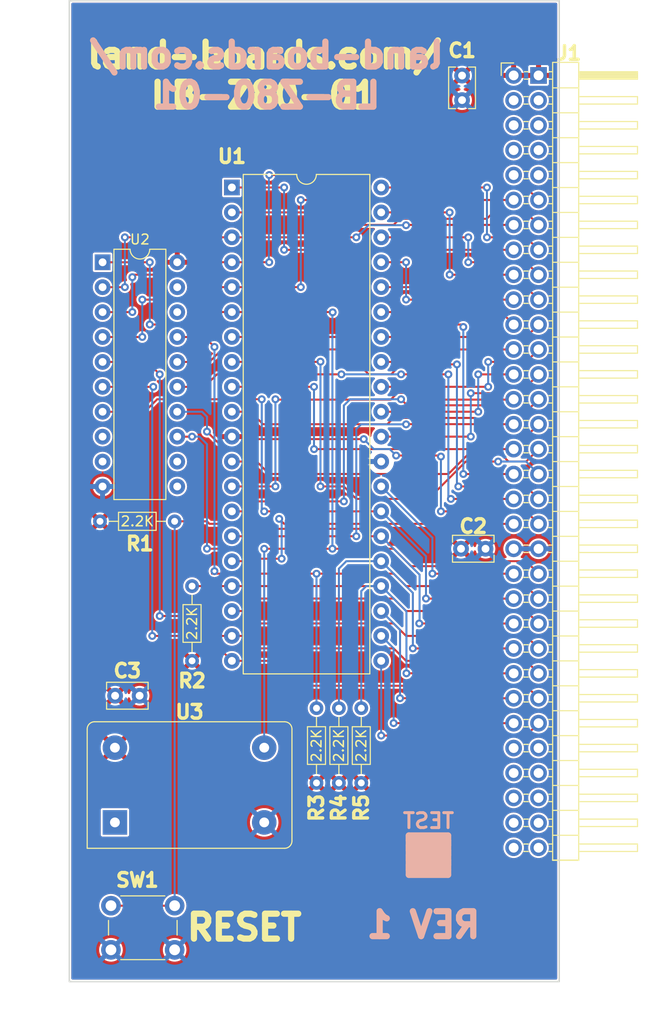
<source format=kicad_pcb>
(kicad_pcb (version 20211014) (generator pcbnew)
  (title_block (title "LB-Z80-01") (date "2022-09-09") (rev "1") (company "land-boards.com"))
  (layers (0 "F.Cu" signal) (31 "B.Cu" signal) (34 "B.Paste" user) (35 "F.Paste" user) (36 "B.SilkS" user "B.Silkscreen") (37 "F.SilkS" user "F.Silkscreen") (38 "B.Mask" user) (39 "F.Mask" user) (44 "Edge.Cuts" user))
  (net 0 "")
  (net 1 "GND")
  (net 2 "/CPUA11")
  (net 3 "/CPUA12")
  (net 4 "/CPUA13")
  (net 5 "/CPUA14")
  (net 6 "/CPUA15")
  (net 7 "/CPUD4")
  (net 8 "/CPUD3")
  (net 9 "/CPUD5")
  (net 10 "/CPUD6")
  (net 11 "/CPUA0")
  (net 12 "/CPUA1")
  (net 13 "/CPUD2")
  (net 14 "/CPUA2")
  (net 15 "/CPUD7")
  (net 16 "/CPUA3")
  (net 17 "/CPUD0")
  (net 18 "/CPUA4")
  (net 19 "/CPUD1")
  (net 20 "/CPUA5")
  (net 21 "/CPUA6")
  (net 22 "/CPUA7")
  (net 23 "/CPUA8")
  (net 24 "/CPUA9")
  (net 25 "/CPUA10")
  (net 26 "/CPUA18")
  (net 27 "/CPUA16")
  (net 28 "/CPUA17")
  (net 29 "/~{MEMRD}")
  (net 30 "/~{MEMWR}")
  (net 31 "/CPUCLK")
  (net 32 "/CPUA22")
  (net 33 "/CPUA23")
  (net 34 "/CPUA20")
  (net 35 "/CPUA21")
  (net 36 "/CPUA19")
  (net 37 "VCC")
  (net 38 "/~{MEMCS}")
  (net 39 "/~{IOCS}")
  (net 40 "/~{INT}")
  (net 41 "/~{NMI}")
  (net 42 "/~{HALT}")
  (net 43 "/~{MREQ}")
  (net 44 "/~{IORQ}")
  (net 45 "/~{CPURD}")
  (net 46 "/~{CPUWR}")
  (net 47 "/~{BUSACK}")
  (net 48 "/~{WAIT}")
  (net 49 "/~{BUSRQ}")
  (net 50 "/~{CPURST}")
  (net 51 "/~{M1}")
  (net 52 "/RFSH")
  (footprint "LandBoards_Conns:PinHeader_2x32_P2.54mm_Horizontal-FLIPPED" (layer "F.Cu") (at 177.35 54.615)
    (fp_text reference "J1")
    (fp_text value "Conn_02x32_Odd_Even")
  )
  (footprint "Package_DIP:DIP-40_W15.24mm" (layer "F.Cu") (at 148.59 66.04)
    (fp_text reference "U1")
    (fp_text value "Z80CPU")
  )
  (footprint "Resistor_THT:R_Axial_DIN0204_L3.6mm_D1.6mm_P7.62mm_Horizontal" (layer "F.Cu") (at 161.798 126.746 90)
    (fp_text reference "R5")
    (fp_text value "2.2K")
  )
  (footprint "LandBoards_Marking:TEST_BLK-REAR" (layer "F.Cu") (at 168.656 134.112)
    (fp_text reference "TEST")
    (fp_text value "COUPON" hide)
  )
  (footprint "Resistor_THT:R_Axial_DIN0204_L3.6mm_D1.6mm_P7.62mm_Horizontal" (layer "F.Cu") (at 159.512 126.746 90)
    (fp_text reference "R4")
    (fp_text value "2.2K")
  )
  (footprint "Capacitor_THT:C_Rect_L4.0mm_W2.5mm_P2.50mm" (layer "F.Cu") (at 139.172 117.856 180)
    (fp_text reference "C3")
    (fp_text value "0.1uF")
  )
  (footprint "Capacitor_THT:C_Rect_L4.0mm_W2.5mm_P2.50mm" (layer "F.Cu") (at 172.085 57.13 90)
    (fp_text reference "C1")
    (fp_text value "0.1uF")
  )
  (footprint "Resistor_THT:R_Axial_DIN0204_L3.6mm_D1.6mm_P7.62mm_Horizontal" (layer "F.Cu") (at 135.128 100.076)
    (fp_text reference "R1")
    (fp_text value "2.2K")
  )
  (footprint "Package_DIP:DIP-20_W7.62mm" (layer "F.Cu") (at 135.392 73.665)
    (fp_text reference "U2")
    (fp_text value "GAL16V8")
  )
  (footprint "Resistor_THT:R_Axial_DIN0204_L3.6mm_D1.6mm_P7.62mm_Horizontal" (layer "F.Cu") (at 157.226 126.746 90)
    (fp_text reference "R3")
    (fp_text value "2.2K")
  )
  (footprint "Button_Switch_THT:SW_PUSH_6mm_H8.5mm" (layer "F.Cu") (at 142.748 143.764 180)
    (fp_text reference "SW1")
    (fp_text value "SW_Push")
  )
  (footprint "Resistor_THT:R_Axial_DIN0204_L3.6mm_D1.6mm_P7.62mm_Horizontal" (layer "F.Cu") (at 144.526 114.3 90)
    (fp_text reference "R2")
    (fp_text value "2.2K")
  )
  (footprint "Oscillator:Oscillator_DIP-14_LargePads" (layer "F.Cu") (at 136.652 130.772)
    (fp_text reference "U3")
    (fp_text value "OSC")
  )
  (footprint "Capacitor_THT:C_Rect_L4.0mm_W2.5mm_P2.50mm" (layer "F.Cu") (at 174.478 102.87 180)
    (fp_text reference "C2")
    (fp_text value "0.1uF")
  )
  (gr_rect (start 132 47) (end 182 147) (layer "Edge.Cuts") (width 0.15) (fill none))
  (gr_text "land-boards.com/\nLB-Z80-01" (at 152.146 54.61) (layer "B.SilkS") (effects (font (size 2.54 2.54) (thickness 0.635)) (justify mirror)))
  (gr_text "REV 1" (at 168.148 141.224) (layer "B.SilkS") (effects (font (size 2.54 2.54) (thickness 0.635)) (justify mirror)))
  (gr_text "RESET" (at 149.86 141.478) (layer "F.SilkS") (effects (font (size 2.54 2.54) (thickness 0.635))))
  (gr_text "land-boards.com/\nLB-Z80-01" (at 151.892 54.61) (layer "F.SilkS") (effects (font (size 2.54 2.54) (thickness 0.635))))
  (segment (start 148.59 66.04) (end 153.924 66.04) (width 0.2032) (layer "F.Cu") (net 2))
  (segment (start 177.35 72.395) (end 153.919 72.395) (width 0.2032) (layer "F.Cu") (net 2))
  (via (at 153.919 72.395) (size 0.8) (drill 0.4) (layers "F.Cu" "B.Cu") (net 2))
  (via (at 153.924 66.04) (size 0.8) (drill 0.4) (layers "F.Cu" "B.Cu") (net 2))
  (segment (start 153.919 66.045) (end 153.924 66.04) (width 0.2032) (layer "B.Cu") (net 2))
  (segment (start 153.919 72.395) (end 153.919 66.045) (width 0.2032) (layer "B.Cu") (net 2))
  (segment (start 165.716489 69.233511) (end 174.606489 69.233511) (width 0.2032) (layer "F.Cu") (net 3))
  (segment (start 160.6296 68.58) (end 161.8996 69.85) (width 0.2032) (layer "F.Cu") (net 3))
  (segment (start 178.615 68.58) (end 179.89 69.855) (width 0.2032) (layer "F.Cu") (net 3))
  (segment (start 175.26 68.58) (end 178.615 68.58) (width 0.2032) (layer "F.Cu") (net 3))
  (segment (start 161.8996 69.85) (end 165.1 69.85) (width 0.2032) (layer "F.Cu") (net 3))
  (segment (start 165.1 69.85) (end 165.716489 69.233511) (width 0.2032) (layer "F.Cu") (net 3))
  (segment (start 148.59 68.58) (end 160.6296 68.58) (width 0.2032) (layer "F.Cu") (net 3))
  (segment (start 174.606489 69.233511) (end 175.26 68.58) (width 0.2032) (layer "F.Cu") (net 3))
  (segment (start 177.35 69.855) (end 166.402011 69.855) (width 0.2032) (layer "F.Cu") (net 4))
  (segment (start 137.663 76.205) (end 135.392 76.205) (width 0.2032) (layer "F.Cu") (net 4))
  (segment (start 137.668 76.2) (end 137.663 76.205) (width 0.2032) (layer "F.Cu") (net 4))
  (segment (start 161.29 71.12) (end 148.59 71.12) (width 0.2032) (layer "F.Cu") (net 4))
  (segment (start 148.59 71.12) (end 137.668 71.12) (width 0.2032) (layer "F.Cu") (net 4))
  (segment (start 166.402011 69.855) (end 166.37 69.887011) (width 0.2032) (layer "F.Cu") (net 4))
  (via (at 137.668 76.2) (size 0.8) (drill 0.4) (layers "F.Cu" "B.Cu") (net 4))
  (via (at 166.37 69.887011) (size 0.8) (drill 0.4) (layers "F.Cu" "B.Cu") (net 4))
  (via (at 161.29 71.12) (size 0.8) (drill 0.4) (layers "F.Cu" "B.Cu") (net 4))
  (via (at 137.668 71.12) (size 0.8) (drill 0.4) (layers "F.Cu" "B.Cu") (net 4))
  (segment (start 162.522989 69.887011) (end 161.29 71.12) (width 0.2032) (layer "B.Cu") (net 4))
  (segment (start 137.668 71.12) (end 137.668 76.2) (width 0.2032) (layer "B.Cu") (net 4))
  (segment (start 166.37 69.887011) (end 162.522989 69.887011) (width 0.2032) (layer "B.Cu") (net 4))
  (segment (start 175.895 66.04) (end 174.625 64.77) (width 0.2032) (layer "F.Cu") (net 5))
  (segment (start 178.615 66.04) (end 175.895 66.04) (width 0.2032) (layer "F.Cu") (net 5))
  (segment (start 135.392 78.745) (end 138.425 78.745) (width 0.2032) (layer "F.Cu") (net 5))
  (segment (start 138.684 74.93) (end 138.43 75.184) (width 0.2032) (layer "F.Cu") (net 5))
  (segment (start 152.4 73.66) (end 148.59 73.66) (width 0.2032) (layer "F.Cu") (net 5))
  (segment (start 145.288 74.93) (end 146.558 73.66) (width 0.2032) (layer "F.Cu") (net 5))
  (segment (start 138.425 78.745) (end 138.43 78.74) (width 0.2032) (layer "F.Cu") (net 5))
  (segment (start 146.558 73.66) (end 148.59 73.66) (width 0.2032) (layer "F.Cu") (net 5))
  (segment (start 174.625 64.77) (end 152.4 64.77) (width 0.2032) (layer "F.Cu") (net 5))
  (segment (start 179.89 67.315) (end 178.615 66.04) (width 0.2032) (layer "F.Cu") (net 5))
  (segment (start 145.288 74.93) (end 138.684 74.93) (width 0.2032) (layer "F.Cu") (net 5))
  (via (at 152.4 73.66) (size 0.8) (drill 0.4) (layers "F.Cu" "B.Cu") (net 5))
  (via (at 152.4 64.77) (size 0.8) (drill 0.4) (layers "F.Cu" "B.Cu") (net 5))
  (via (at 138.43 75.184) (size 0.8) (drill 0.4) (layers "F.Cu" "B.Cu") (net 5))
  (via (at 138.43 78.74) (size 0.8) (drill 0.4) (layers "F.Cu" "B.Cu") (net 5))
  (segment (start 138.43 78.74) (end 138.43 75.184) (width 0.2032) (layer "B.Cu") (net 5))
  (segment (start 152.362989 64.807011) (end 152.362989 73.622989) (width 0.2032) (layer "B.Cu") (net 5))
  (segment (start 152.362989 73.622989) (end 152.4 73.66) (width 0.2032) (layer "B.Cu") (net 5))
  (segment (start 152.4 64.77) (end 152.362989 64.807011) (width 0.2032) (layer "B.Cu") (net 5))
  (segment (start 146.558 76.2) (end 145.288 77.47) (width 0.2032) (layer "F.Cu") (net 6))
  (segment (start 145.288 77.47) (end 139.446 77.47) (width 0.2032) (layer "F.Cu") (net 6))
  (segment (start 148.59 76.2) (end 146.558 76.2) (width 0.2032) (layer "F.Cu") (net 6))
  (segment (start 148.59 76.2) (end 155.6258 76.2) (width 0.2032) (layer "F.Cu") (net 6))
  (segment (start 139.441 81.285) (end 139.446 81.28) (width 0.2032) (layer "F.Cu") (net 6))
  (segment (start 135.392 81.285) (end 139.441 81.285) (width 0.2032) (layer "F.Cu") (net 6))
  (segment (start 177.35 67.315) (end 155.6208 67.315) (width 0.2032) (layer "F.Cu") (net 6))
  (via (at 139.446 81.28) (size 0.8) (drill 0.4) (layers "F.Cu" "B.Cu") (net 6))
  (via (at 155.6208 67.315) (size 0.8) (drill 0.4) (layers "F.Cu" "B.Cu") (net 6))
  (via (at 155.6258 76.2) (size 0.8) (drill 0.4) (layers "F.Cu" "B.Cu") (net 6))
  (via (at 139.446 77.47) (size 0.8) (drill 0.4) (layers "F.Cu" "B.Cu") (net 6))
  (segment (start 139.446 81.28) (end 139.446 77.47) (width 0.2032) (layer "B.Cu") (net 6))
  (segment (start 155.6258 67.32) (end 155.6208 67.315) (width 0.2032) (layer "B.Cu") (net 6))
  (segment (start 155.6258 76.2) (end 155.6258 67.32) (width 0.2032) (layer "B.Cu") (net 6))
  (segment (start 172.217 95.255) (end 177.35 95.255) (width 0.2032) (layer "F.Cu") (net 7))
  (segment (start 148.59 81.28) (end 161.036 81.28) (width 0.2032) (layer "F.Cu") (net 7))
  (segment (start 171.958 80.01) (end 172.212 80.264) (width 0.2032) (layer "F.Cu") (net 7))
  (segment (start 172.217 95.255) (end 172.212 95.25) (width 0.2032) (layer "F.Cu") (net 7))
  (segment (start 162.306 80.01) (end 171.958 80.01) (width 0.2032) (layer "F.Cu") (net 7))
  (segment (start 161.036 81.28) (end 162.306 80.01) (width 0.2032) (layer "F.Cu") (net 7))
  (via (at 172.212 95.25) (size 0.8) (drill 0.4) (layers "F.Cu" "B.Cu") (net 7))
  (via (at 172.212 80.264) (size 0.8) (drill 0.4) (layers "F.Cu" "B.Cu") (net 7))
  (segment (start 172.212 80.264) (end 172.212 95.25) (width 0.2032) (layer "B.Cu") (net 7))
  (segment (start 160.02 96.52) (end 161.29 97.79) (width 0.2032) (layer "F.Cu") (net 8))
  (segment (start 168.656 97.79) (end 172.466 93.98) (width 0.2032) (layer "F.Cu") (net 8))
  (segment (start 161.29 97.79) (end 168.656 97.79) (width 0.2032) (layer "F.Cu") (net 8))
  (segment (start 148.59 83.82) (end 157.607 83.82) (width 0.2032) (layer "F.Cu") (net 8))
  (segment (start 157.6324 96.52) (end 160.02 96.52) (width 0.2032) (layer "F.Cu") (net 8))
  (segment (start 157.607 83.82) (end 157.6324 83.7946) (width 0.2032) (layer "F.Cu") (net 8))
  (segment (start 172.466 93.98) (end 175.768 93.98) (width 0.2032) (layer "F.Cu") (net 8))
  (via (at 175.768 93.98) (size 0.8) (drill 0.4) (layers "F.Cu" "B.Cu") (net 8))
  (via (at 157.6324 96.52) (size 0.8) (drill 0.4) (layers "F.Cu" "B.Cu") (net 8))
  (via (at 157.6324 83.7946) (size 0.8) (drill 0.4) (layers "F.Cu" "B.Cu") (net 8))
  (segment (start 157.6324 96.52) (end 157.6324 83.7946) (width 0.2032) (layer "B.Cu") (net 8))
  (segment (start 178.615 93.98) (end 179.89 95.255) (width 0.2032) (layer "B.Cu") (net 8))
  (segment (start 175.768 93.98) (end 178.615 93.98) (width 0.2032) (layer "B.Cu") (net 8))
  (segment (start 148.59 86.36) (end 156.972 86.36) (width 0.2032) (layer "F.Cu") (net 9))
  (segment (start 177.35 92.715) (end 156.977 92.715) (width 0.2032) (layer "F.Cu") (net 9))
  (via (at 156.977 92.715) (size 0.8) (drill 0.4) (layers "F.Cu" "B.Cu") (net 9))
  (via (at 156.972 86.36) (size 0.8) (drill 0.4) (layers "F.Cu" "B.Cu") (net 9))
  (segment (start 156.972 92.71) (end 156.977 92.715) (width 0.2032) (layer "B.Cu") (net 9))
  (segment (start 156.972 86.36) (end 156.972 92.71) (width 0.2032) (layer "B.Cu") (net 9))
  (segment (start 150.495 88.9) (end 151.77 90.175) (width 0.2032) (layer "F.Cu") (net 10))
  (segment (start 173.995 90.175) (end 177.35 90.175) (width 0.2032) (layer "F.Cu") (net 10))
  (segment (start 151.77 90.175) (end 164.46 90.175) (width 0.2032) (layer "F.Cu") (net 10))
  (segment (start 164.46 90.175) (end 165.1 89.535) (width 0.2032) (layer "F.Cu") (net 10))
  (segment (start 173.355 89.535) (end 173.995 90.175) (width 0.2032) (layer "F.Cu") (net 10))
  (segment (start 148.59 88.9) (end 150.495 88.9) (width 0.2032) (layer "F.Cu") (net 10))
  (segment (start 165.1 89.535) (end 173.355 89.535) (width 0.2032) (layer "F.Cu") (net 10))
  (segment (start 175.6225 87.0135) (end 176.276 86.36) (width 0.2032) (layer "F.Cu") (net 11))
  (segment (start 179.89 85.095) (end 178.625 86.36) (width 0.2032) (layer "F.Cu") (net 11))
  (segment (start 172.974011 87.0135) (end 175.6225 87.0135) (width 0.2032) (layer "F.Cu") (net 11))
  (segment (start 178.625 86.36) (end 176.276 86.36) (width 0.2032) (layer "F.Cu") (net 11))
  (segment (start 163.83 91.44) (end 172.974 91.44) (width 0.2032) (layer "F.Cu") (net 11))
  (segment (start 172.974011 87.0135) (end 172.974 87.013511) (width 0.2032) (layer "F.Cu") (net 11))
  (via (at 172.974 91.44) (size 0.8) (drill 0.4) (layers "F.Cu" "B.Cu") (net 11))
  (via (at 172.974 87.013511) (size 0.8) (drill 0.4) (layers "F.Cu" "B.Cu") (net 11))
  (segment (start 172.974 87.013511) (end 172.974 91.44) (width 0.2032) (layer "B.Cu") (net 11))
  (segment (start 173.9715 85.09) (end 173.9765 85.095) (width 0.2032) (layer "F.Cu") (net 12))
  (segment (start 163.83 88.9) (end 173.99 88.9) (width 0.2032) (layer "F.Cu") (net 12))
  (segment (start 173.9765 85.095) (end 177.35 85.095) (width 0.2032) (layer "F.Cu") (net 12))
  (via (at 173.736 88.9) (size 0.8) (drill 0.4) (layers "F.Cu" "B.Cu") (net 12))
  (via (at 173.736 85.09) (size 0.8) (drill 0.4) (layers "F.Cu" "B.Cu") (net 12))
  (segment (start 173.736 88.881489) (end 173.736 85.090011) (width 0.2032) (layer "B.Cu") (net 12))
  (segment (start 170.688 95.25) (end 172.72 93.218) (width 0.2032) (layer "F.Cu") (net 13))
  (segment (start 148.59 93.98) (end 151.13 93.98) (width 0.2032) (layer "F.Cu") (net 13))
  (segment (start 152.4 95.25) (end 170.688 95.25) (width 0.2032) (layer "F.Cu") (net 13))
  (segment (start 178.625 93.98) (end 179.89 92.715) (width 0.2032) (layer "F.Cu") (net 13))
  (segment (start 151.13 93.98) (end 152.4 95.25) (width 0.2032) (layer "F.Cu") (net 13))
  (segment (start 176.06376 93.218) (end 176.82576 93.98) (width 0.2032) (layer "F.Cu") (net 13))
  (segment (start 172.72 93.218) (end 176.06376 93.218) (width 0.2032) (layer "F.Cu") (net 13))
  (segment (start 176.82576 93.98) (end 178.625 93.98) (width 0.2032) (layer "F.Cu") (net 13))
  (segment (start 178.625 83.82) (end 179.89 82.555) (width 0.2032) (layer "F.Cu") (net 14))
  (segment (start 174.752 83.82) (end 178.625 83.82) (width 0.2032) (layer "F.Cu") (net 14))
  (segment (start 174.752 86.36) (end 163.83 86.36) (width 0.2032) (layer "F.Cu") (net 14))
  (via (at 174.752 83.82) (size 0.8) (drill 0.4) (layers "F.Cu" "B.Cu") (net 14))
  (via (at 174.752 86.36) (size 0.8) (drill 0.4) (layers "F.Cu" "B.Cu") (net 14))
  (segment (start 174.752 86.36) (end 174.752 83.82) (width 0.2032) (layer "B.Cu") (net 14))
  (segment (start 153.072011 87.667011) (end 164.808989 87.667011) (width 0.2032) (layer "F.Cu") (net 15))
  (segment (start 167.963311 86.976489) (end 168.653833 87.667011) (width 0.2032) (layer "F.Cu") (net 15))
  (segment (start 153.035 87.63) (end 153.072011 87.667011) (width 0.2032) (layer "F.Cu") (net 15))
  (segment (start 167.963311 86.976489) (end 165.499511 86.976489) (width 0.2032) (layer "F.Cu") (net 15))
  (segment (start 148.59 96.52) (end 153.035 96.52) (width 0.2032) (layer "F.Cu") (net 15))
  (segment (start 165.499511 86.976489) (end 164.808989 87.667011) (width 0.2032) (layer "F.Cu") (net 15))
  (segment (start 168.653833 87.667011) (end 177.317989 87.667011) (width 0.2032) (layer "F.Cu") (net 15))
  (via (at 153.035 96.52) (size 0.8) (drill 0.4) (layers "F.Cu" "B.Cu") (net 15))
  (via (at 153.035 87.63) (size 0.8) (drill 0.4) (layers "F.Cu" "B.Cu") (net 15))
  (segment (start 153.035 87.63) (end 153.035 96.52) (width 0.2032) (layer "B.Cu") (net 15))
  (segment (start 163.83 83.82) (end 165.11 83.82) (width 0.2032) (layer "F.Cu") (net 16))
  (segment (start 165.11 83.82) (end 166.375 82.555) (width 0.2032) (layer "F.Cu") (net 16))
  (segment (start 166.375 82.555) (end 177.35 82.555) (width 0.2032) (layer "F.Cu") (net 16))
  (segment (start 160.02 98.044) (end 150.876 98.044) (width 0.2032) (layer "F.Cu") (net 17))
  (segment (start 150.876 98.044) (end 149.86 99.06) (width 0.2032) (layer "F.Cu") (net 17))
  (segment (start 175.895 88.265) (end 175.876489 88.246489) (width 0.2032) (layer "F.Cu") (net 17))
  (segment (start 178.625 88.9) (end 176.53 88.9) (width 0.2032) (layer "F.Cu") (net 17))
  (segment (start 166.478489 88.246489) (end 175.876489 88.246489) (width 0.2032) (layer "F.Cu") (net 17))
  (segment (start 149.86 99.06) (end 148.59 99.06) (width 0.2032) (layer "F.Cu") (net 17))
  (segment (start 179.89 87.635) (end 178.625 88.9) (width 0.2032) (layer "F.Cu") (net 17))
  (segment (start 176.53 88.9) (end 175.895 88.265) (width 0.2032) (layer "F.Cu") (net 17))
  (segment (start 166.478489 88.246489) (end 165.862 87.63) (width 0.2032) (layer "F.Cu") (net 17))
  (via (at 160.02 98.044) (size 0.8) (drill 0.4) (layers "F.Cu" "B.Cu") (net 17))
  (via (at 165.862 87.63) (size 0.8) (drill 0.4) (layers "F.Cu" "B.Cu") (net 17))
  (segment (start 160.02 98.044) (end 160.02 88.265) (width 0.2032) (layer "B.Cu") (net 17))
  (segment (start 160.655 87.63) (end 165.862 87.63) (width 0.2032) (layer "B.Cu") (net 17))
  (segment (start 160.655 87.63) (end 160.02 88.265) (width 0.2032) (layer "B.Cu") (net 17))
  (segment (start 178.625 81.28) (end 179.89 80.015) (width 0.2032) (layer "F.Cu") (net 18))
  (segment (start 163.83 81.28) (end 178.625 81.28) (width 0.2032) (layer "F.Cu") (net 18))
  (segment (start 174.625 91.44) (end 178.625 91.44) (width 0.2032) (layer "F.Cu") (net 19))
  (segment (start 174.625 91.44) (end 173.355 90.17) (width 0.2032) (layer "F.Cu") (net 19))
  (segment (start 166.3885 90.17) (end 166.37 90.1885) (width 0.2032) (layer "F.Cu") (net 19))
  (segment (start 161.29 101.6) (end 148.59 101.6) (width 0.2032) (layer "F.Cu") (net 19))
  (segment (start 179.89 90.175) (end 178.625 91.44) (width 0.2032) (layer "F.Cu") (net 19))
  (segment (start 173.355 90.17) (end 166.3885 90.17) (width 0.2032) (layer "F.Cu") (net 19))
  (via (at 161.29 101.6) (size 0.8) (drill 0.4) (layers "F.Cu" "B.Cu") (net 19))
  (via (at 166.37 90.1885) (size 0.8) (drill 0.4) (layers "F.Cu" "B.Cu") (net 19))
  (segment (start 161.29 90.678) (end 161.29 101.6) (width 0.2032) (layer "B.Cu") (net 19))
  (segment (start 166.37 90.1885) (end 161.7795 90.1885) (width 0.2032) (layer "B.Cu") (net 19))
  (segment (start 161.7795 90.1885) (end 161.29 90.678) (width 0.2032) (layer "B.Cu") (net 19))
  (segment (start 163.83 78.74) (end 176.075 78.74) (width 0.2032) (layer "F.Cu") (net 20))
  (segment (start 176.075 78.74) (end 177.35 80.015) (width 0.2032) (layer "F.Cu") (net 20))
  (segment (start 163.83 76.2) (end 178.615 76.2) (width 0.2032) (layer "F.Cu") (net 21))
  (segment (start 178.615 76.2) (end 179.89 77.475) (width 0.2032) (layer "F.Cu") (net 21))
  (segment (start 166.375 77.475) (end 166.37 77.47) (width 0.2032) (layer "F.Cu") (net 22))
  (segment (start 163.83 73.66) (end 166.37 73.66) (width 0.2032) (layer "F.Cu") (net 22))
  (segment (start 166.375 77.475) (end 177.35 77.475) (width 0.2032) (layer "F.Cu") (net 22))
  (via (at 166.37 77.47) (size 0.8) (drill 0.4) (layers "F.Cu" "B.Cu") (net 22))
  (via (at 166.37 73.66) (size 0.8) (drill 0.4) (layers "F.Cu" "B.Cu") (net 22))
  (segment (start 166.37 77.47) (end 166.37 73.66) (width 0.2032) (layer "B.Cu") (net 22))
  (segment (start 163.83 71.12) (end 172.72 71.12) (width 0.2032) (layer "F.Cu") (net 23))
  (segment (start 178.615 73.66) (end 179.89 74.935) (width 0.2032) (layer "F.Cu") (net 23))
  (segment (start 178.615 73.66) (end 172.72 73.66) (width 0.2032) (layer "F.Cu") (net 23))
  (via (at 172.72 71.12) (size 0.8) (drill 0.4) (layers "F.Cu" "B.Cu") (net 23))
  (via (at 172.72 73.66) (size 0.8) (drill 0.4) (layers "F.Cu" "B.Cu") (net 23))
  (segment (start 172.72 71.12) (end 172.72 73.66) (width 0.2032) (layer "B.Cu") (net 23))
  (segment (start 163.83 68.58) (end 170.815 68.58) (width 0.2032) (layer "F.Cu") (net 24))
  (segment (start 170.82 74.935) (end 177.35 74.935) (width 0.2032) (layer "F.Cu") (net 24))
  (segment (start 170.82 74.935) (end 170.815 74.93) (width 0.2032) (layer "F.Cu") (net 24))
  (via (at 170.815 68.58) (size 0.8) (drill 0.4) (layers "F.Cu" "B.Cu") (net 24))
  (via (at 170.815 74.93) (size 0.8) (drill 0.4) (layers "F.Cu" "B.Cu") (net 24))
  (segment (start 170.815 74.93) (end 170.815 68.58) (width 0.2032) (layer "B.Cu") (net 24))
  (segment (start 178.615 71.12) (end 179.89 72.395) (width 0.2032) (layer "F.Cu") (net 25))
  (segment (start 163.83 66.04) (end 174.625 66.04) (width 0.2032) (layer "F.Cu") (net 25))
  (segment (start 174.625 71.12) (end 178.615 71.12) (width 0.2032) (layer "F.Cu") (net 25))
  (via (at 174.625 71.12) (size 0.8) (drill 0.4) (layers "F.Cu" "B.Cu") (net 25))
  (via (at 174.625 66.04) (size 0.8) (drill 0.4) (layers "F.Cu" "B.Cu") (net 25))
  (segment (start 174.625 66.04) (end 174.625 71.12) (width 0.2032) (layer "B.Cu") (net 25))
  (segment (start 145.791 86.365) (end 143.012 86.365) (width 0.2032) (layer "F.Cu") (net 29))
  (segment (start 147.066 85.09) (end 145.791 86.365) (width 0.2032) (layer "F.Cu") (net 29))
  (segment (start 170.942 97.79) (end 170.947 97.795) (width 0.2032) (layer "F.Cu") (net 29))
  (segment (start 170.947 97.795) (end 177.35 97.795) (width 0.2032) (layer "F.Cu") (net 29))
  (segment (start 159.766 85.09) (end 147.066 85.09) (width 0.2032) (layer "F.Cu") (net 29))
  (segment (start 165.862 85.09) (end 170.942 85.09) (width 0.2032) (layer "F.Cu") (net 29))
  (via (at 165.862 85.09) (size 0.8) (drill 0.4) (layers "F.Cu" "B.Cu") (net 29))
  (via (at 159.766 85.09) (size 0.8) (drill 0.4) (layers "F.Cu" "B.Cu") (net 29))
  (via (at 170.688 85.09) (size 0.8) (drill 0.4) (layers "F.Cu" "B.Cu") (net 29))
  (via (at 170.942 97.79) (size 0.8) (drill 0.4) (layers "F.Cu" "B.Cu") (net 29))
  (segment (start 160.02 85.09) (end 165.862 85.09) (width 0.2032) (layer "B.Cu") (net 29))
  (segment (start 170.688 85.09) (end 170.688 97.79) (width 0.2032) (layer "B.Cu") (net 29))
  (segment (start 160.02 85.09) (end 159.766 85.09) (width 0.2032) (layer "B.Cu") (net 29))
  (segment (start 160.02 82.55) (end 147.574 82.55) (width 0.2032) (layer "F.Cu") (net 30))
  (segment (start 164.846 85.09) (end 162.56 85.09) (width 0.2032) (layer "F.Cu") (net 30))
  (segment (start 162.56 85.09) (end 160.02 82.55) (width 0.2032) (layer "F.Cu") (net 30))
  (segment (start 178.615 96.52) (end 179.89 97.795) (width 0.2032) (layer "F.Cu") (net 30))
  (segment (start 165.862 84.074) (end 164.846 85.09) (width 0.2032) (layer "F.Cu") (net 30))
  (segment (start 178.615 96.52) (end 171.704 96.52) (width 0.2032) (layer "F.Cu") (net 30))
  (segment (start 146.299 83.825) (end 143.012 83.825) (width 0.2032) (layer "F.Cu") (net 30))
  (segment (start 147.574 82.55) (end 146.299 83.825) (width 0.2032) (layer "F.Cu") (net 30))
  (segment (start 171.5585 84.074) (end 165.862 84.074) (width 0.2032) (layer "F.Cu") (net 30))
  (via (at 171.5585 84.074) (size 0.8) (drill 0.4) (layers "F.Cu" "B.Cu") (net 30))
  (via (at 171.704 96.52) (size 0.8) (drill 0.4) (layers "F.Cu" "B.Cu") (net 30))
  (segment (start 171.5585 96.3745) (end 171.704 96.52) (width 0.2032) (layer "B.Cu") (net 30))
  (segment (start 171.5585 96.3745) (end 171.5585 84.074) (width 0.2032) (layer "B.Cu") (net 30))
  (segment (start 151.892 102.87) (end 158.8516 102.87) (width 0.2032) (layer "F.Cu") (net 31))
  (segment (start 140.208 80.01) (end 144.78 80.01) (width 0.2032) (layer "F.Cu") (net 31))
  (segment (start 176.276 104.14) (end 175.768 104.648) (width 0.2032) (layer "F.Cu") (net 31))
  (segment (start 175.768 104.648) (end 166.878 104.648) (width 0.2032) (layer "F.Cu") (net 31))
  (segment (start 158.877 78.7654) (end 158.8516 78.74) (width 0.2032) (layer "F.Cu") (net 31))
  (segment (start 135.392 73.665) (end 140.203 73.665) (width 0.2032) (layer "F.Cu") (net 31))
  (segment (start 144.78 80.01) (end 146.05 78.74) (width 0.2032) (layer "F.Cu") (net 31))
  (segment (start 166.878 104.648) (end 165.1 102.87) (width 0.2032) (layer "F.Cu") (net 31))
  (segment (start 148.59 78.74) (end 158.8516 78.74) (width 0.2032) (layer "F.Cu") (net 31))
  (segment (start 179.89 105.415) (end 178.615 104.14) (width 0.2032) (layer "F.Cu") (net 31))
  (segment (start 140.203 73.665) (end 140.208 73.66) (width 0.2032) (layer "F.Cu") (net 31))
  (segment (start 165.1 102.87) (end 158.8516 102.87) (width 0.2032) (layer "F.Cu") (net 31))
  (segment (start 146.05 78.74) (end 148.59 78.74) (width 0.2032) (layer "F.Cu") (net 31))
  (segment (start 178.615 104.14) (end 176.276 104.14) (width 0.2032) (layer "F.Cu") (net 31))
  (via (at 140.208 80.01) (size 0.8) (drill 0.4) (layers "F.Cu" "B.Cu") (net 31))
  (via (at 158.8516 102.87) (size 0.8) (drill 0.4) (layers "F.Cu" "B.Cu") (net 31))
  (via (at 151.892 102.87) (size 0.8) (drill 0.4) (layers "F.Cu" "B.Cu") (net 31))
  (via (at 158.877 78.7654) (size 0.8) (drill 0.4) (layers "F.Cu" "B.Cu") (net 31))
  (via (at 140.208 73.66) (size 0.8) (drill 0.4) (layers "F.Cu" "B.Cu") (net 31))
  (segment (start 158.8516 78.7908) (end 158.877 78.7654) (width 0.2032) (layer "B.Cu") (net 31))
  (segment (start 151.892 123.152) (end 151.892 102.87) (width 0.2032) (layer "B.Cu") (net 31))
  (segment (start 158.8516 102.87) (end 158.8516 78.7908) (width 0.2032) (layer "B.Cu") (net 31))
  (segment (start 140.208 73.66) (end 140.208 80.01) (width 0.2032) (layer "B.Cu") (net 31))
  (segment (start 146.05 102.87) (end 149.606 102.87) (width 0.2032) (layer "F.Cu") (net 38))
  (segment (start 168.661 100.335) (end 168.656 100.33) (width 0.2032) (layer "F.Cu") (net 38))
  (segment (start 153.67 103.886) (end 150.622 103.886) (width 0.2032) (layer "F.Cu") (net 38))
  (segment (start 143.012 91.445) (end 144.521 91.445) (width 0.2032) (layer "F.Cu") (net 38))
  (segment (start 177.35 100.335) (end 168.661 100.335) (width 0.2032) (layer "F.Cu") (net 38))
  (segment (start 144.521 91.445) (end 144.526 91.44) (width 0.2032) (layer "F.Cu") (net 38))
  (segment (start 150.622 103.886) (end 149.606 102.87) (width 0.2032) (layer "F.Cu") (net 38))
  (segment (start 153.924 100.33) (end 168.656 100.33) (width 0.2032) (layer "F.Cu") (net 38))
  (segment (start 153.924 100.33) (end 153.416 99.822) (width 0.2032) (layer "F.Cu") (net 38))
  (via (at 144.526 91.44) (size 0.8) (drill 0.4) (layers "F.Cu" "B.Cu") (net 38))
  (via (at 153.416 99.822) (size 0.8) (drill 0.4) (layers "F.Cu" "B.Cu") (net 38))
  (via (at 153.67 103.886) (size 0.8) (drill 0.4) (layers "F.Cu" "B.Cu") (net 38))
  (via (at 146.05 102.87) (size 0.8) (drill 0.4) (layers "F.Cu" "B.Cu") (net 38))
  (segment (start 146.05 92.202) (end 146.05 102.87) (width 0.2032) (layer "B.Cu") (net 38))
  (segment (start 153.416 99.822) (end 153.67 100.076) (width 0.2032) (layer "B.Cu") (net 38))
  (segment (start 144.526 91.44) (end 145.288 91.44) (width 0.2032) (layer "B.Cu") (net 38))
  (segment (start 145.288 91.44) (end 146.05 92.202) (width 0.2032) (layer "B.Cu") (net 38))
  (segment (start 153.67 100.076) (end 153.67 103.886) (width 0.2032) (layer "B.Cu") (net 38))
  (segment (start 178.615 99.06) (end 170.18 99.06) (width 0.2032) (layer "F.Cu") (net 39))
  (segment (start 151.13 91.694) (end 150.114 92.71) (width 0.2032) (layer "F.Cu") (net 39))
  (segment (start 162.052 91.694) (end 151.13 91.694) (width 0.2032) (layer "F.Cu") (net 39))
  (segment (start 165.354 93.3685) (end 170.0765 93.3685) (width 0.2032) (layer "F.Cu") (net 39))
  (segment (start 179.89 100.335) (end 178.615 99.06) (width 0.2032) (layer "F.Cu") (net 39))
  (segment (start 150.114 92.71) (end 147.828 92.71) (width 0.2032) (layer "F.Cu") (net 39))
  (segment (start 147.828 92.71) (end 146.05 90.932) (width 0.2032) (layer "F.Cu") (net 39))
  (via (at 146.05 90.932) (size 0.8) (drill 0.4) (layers "F.Cu" "B.Cu") (net 39))
  (via (at 165.354 93.3685) (size 0.8) (drill 0.4) (layers "F.Cu" "B.Cu") (net 39))
  (via (at 169.926 93.472) (size 0.8) (drill 0.4) (layers "F.Cu" "B.Cu") (net 39))
  (via (at 169.926 99.06) (size 0.8) (drill 0.4) (layers "F.Cu" "B.Cu") (net 39))
  (via (at 162.052 91.694) (size 0.8) (drill 0.4) (layers "F.Cu" "B.Cu") (net 39))
  (segment (start 146.05 89.408) (end 145.547 88.905) (width 0.2032) (layer "B.Cu") (net 39))
  (segment (start 146.05 90.932) (end 146.05 89.408) (width 0.2032) (layer "B.Cu") (net 39))
  (segment (start 169.926 93.472) (end 169.926 99.06) (width 0.2032) (layer "B.Cu") (net 39))
  (segment (start 165.354 93.3685) (end 164.6955 92.71) (width 0.2032) (layer "B.Cu") (net 39))
  (segment (start 163.068 92.71) (end 164.6955 92.71) (width 0.2032) (layer "B.Cu") (net 39))
  (segment (start 145.547 88.905) (end 143.012 88.905) (width 0.2032) (layer "B.Cu") (net 39))
  (segment (start 162.052 91.694) (end 163.068 92.71) (width 0.2032) (layer "B.Cu") (net 39))
  (segment (start 165.1 105.41) (end 151.384 105.41) (width 0.2032) (layer "F.Cu") (net 40))
  (segment (start 179.89 107.955) (end 178.615 106.68) (width 0.2032) (layer "F.Cu") (net 40))
  (segment (start 151.384 105.41) (end 150.114 104.14) (width 0.2032) (layer "F.Cu") (net 40))
  (segment (start 150.114 104.14) (end 148.59 104.14) (width 0.2032) (layer "F.Cu") (net 40))
  (segment (start 178.615 106.68) (end 166.37 106.68) (width 0.2032) (layer "F.Cu") (net 40))
  (segment (start 166.37 106.68) (end 165.1 105.41) (width 0.2032) (layer "F.Cu") (net 40))
  (via (at 157.230895 105.414895) (size 0.8) (drill 0.4) (layers "F.Cu" "B.Cu") (net 40))
  (segment (start 157.226 105.41979) (end 157.230895 105.414895) (width 0.2032) (layer "B.Cu") (net 40))
  (segment (start 157.226 119.126) (end 157.226 105.41979) (width 0.2032) (layer "B.Cu") (net 40))
  (segment (start 151.384 107.95) (end 150.114 106.68) (width 0.2032) (layer "F.Cu") (net 41))
  (segment (start 166.37 109.22) (end 165.1 107.95) (width 0.2032) (layer "F.Cu") (net 41))
  (segment (start 179.89 110.495) (end 178.615 109.22) (width 0.2032) (layer "F.Cu") (net 41))
  (segment (start 165.1 107.95) (end 151.384 107.95) (width 0.2032) (layer "F.Cu") (net 41))
  (segment (start 144.526 106.68) (end 148.59 106.68) (width 0.2032) (layer "F.Cu") (net 41))
  (segment (start 150.114 106.68) (end 148.59 106.68) (width 0.2032) (layer "F.Cu") (net 41))
  (segment (start 178.615 109.22) (end 166.37 109.22) (width 0.2032) (layer "F.Cu") (net 41))
  (segment (start 150.114 109.22) (end 148.59 109.22) (width 0.2032) (layer "F.Cu") (net 42))
  (segment (start 165.1 110.49) (end 151.384 110.49) (width 0.2032) (layer "F.Cu") (net 42))
  (segment (start 151.384 110.49) (end 150.114 109.22) (width 0.2032) (layer "F.Cu") (net 42))
  (segment (start 178.615 111.76) (end 166.37 111.76) (width 0.2032) (layer "F.Cu") (net 42))
  (segment (start 179.89 113.035) (end 178.615 111.76) (width 0.2032) (layer "F.Cu") (net 42))
  (segment (start 166.37 111.76) (end 165.1 110.49) (width 0.2032) (layer "F.Cu") (net 42))
  (segment (start 178.615 114.3) (end 179.89 115.575) (width 0.2032) (layer "F.Cu") (net 43))
  (segment (start 151.384 113.03) (end 165.1 113.03) (width 0.2032) (layer "F.Cu") (net 43))
  (segment (start 166.37 114.3) (end 178.615 114.3) (width 0.2032) (layer "F.Cu") (net 43))
  (segment (start 148.59 111.76) (end 147.32 111.76) (width 0.2032) (layer "F.Cu") (net 43))
  (segment (start 145.288 109.728) (end 141.224 109.728) (width 0.2032) (layer "F.Cu") (net 43))
  (segment (start 165.1 113.03) (end 166.37 114.3) (width 0.2032) (layer "F.Cu") (net 43))
  (segment (start 148.59 111.76) (end 150.114 111.76) (width 0.2032) (layer "F.Cu") (net 43))
  (segment (start 150.114 111.76) (end 151.384 113.03) (width 0.2032) (layer "F.Cu") (net 43))
  (segment (start 147.32 111.76) (end 145.288 109.728) (width 0.2032) (layer "F.Cu") (net 43))
  (segment (start 135.392 83.825) (end 139.959 83.825) (width 0.2032) (layer "F.Cu") (net 43))
  (segment (start 139.959 83.825) (end 141.224 85.09) (width 0.2032) (layer "F.Cu") (net 43))
  (via (at 141.224 85.09) (size 0.8) (drill 0.4) (layers "F.Cu" "B.Cu") (net 43))
  (via (at 141.224 109.728) (size 0.8) (drill 0.4) (layers "F.Cu" "B.Cu") (net 43))
  (segment (start 141.224 109.728) (end 141.224 85.09) (width 0.2032) (layer "B.Cu") (net 43))
  (segment (start 154.94 116.84) (end 178.615 116.84) (width 0.2032) (layer "F.Cu") (net 44))
  (segment (start 146.05 111.76) (end 148.59 114.3) (width 0.2032) (layer "F.Cu") (net 44))
  (segment (start 152.4 114.3) (end 154.94 116.84) (width 0.2032) (layer "F.Cu") (net 44))
  (segment (start 148.59 114.3) (end 152.4 114.3) (width 0.2032) (layer "F.Cu") (net 44))
  (segment (start 135.392 86.365) (end 140.5655 86.365) (width 0.2032) (layer "F.Cu") (net 44))
  (segment (start 140.5655 86.365) (end 140.5705 86.36) (width 0.2032) (layer "F.Cu") (net 44))
  (segment (start 140.462 111.76) (end 146.05 111.76) (width 0.2032) (layer "F.Cu") (net 44))
  (segment (start 178.615 116.84) (end 179.89 118.115) (width 0.2032) (layer "F.Cu") (net 44))
  (via (at 140.462 111.76) (size 0.8) (drill 0.4) (layers "F.Cu" "B.Cu") (net 44))
  (via (at 140.5705 86.36) (size 0.8) (drill 0.4) (layers "F.Cu" "B.Cu") (net 44))
  (segment (start 140.462 111.76) (end 140.462 86.4685) (width 0.2032) (layer "B.Cu") (net 44))
  (segment (start 140.462 86.4685) (end 140.5705 86.36) (width 0.2032) (layer "B.Cu") (net 44))
  (segment (start 163.83 121.92) (end 178.625 121.92) (width 0.2032) (layer "F.Cu") (net 45))
  (segment (start 178.625 121.92) (end 179.89 120.655) (width 0.2032) (layer "F.Cu") (net 45))
  (via (at 163.83 121.92) (size 0.8) (drill 0.4) (layers "F.Cu" "B.Cu") (net 45))
  (segment (start 163.83 114.3) (end 163.83 121.92) (width 0.2032) (layer "B.Cu") (net 45))
  (segment (start 166.868 120.65) (end 166.873 120.655) (width 0.2032) (layer "F.Cu") (net 46))
  (segment (start 165.1 120.65) (end 166.868 120.65) (width 0.2032) (layer "F.Cu") (net 46))
  (segment (start 177.35 120.655) (end 166.873 120.655) (width 0.2032) (layer "F.Cu") (net 46))
  (via (at 165.1 120.65) (size 0.8) (drill 0.4) (layers "F.Cu" "B.Cu") (net 46))
  (segment (start 163.83 111.76) (end 165.1 113.03) (width 0.2032) (layer "B.Cu") (net 46))
  (segment (start 165.1 113.03) (end 165.1 120.65) (width 0.2032) (layer "B.Cu") (net 46))
  (segment (start 168.143 118.115) (end 177.35 118.115) (width 0.2032) (layer "F.Cu") (net 47))
  (segment (start 165.7535 118.11) (end 168.138 118.11) (width 0.2032) (layer "F.Cu") (net 47))
  (segment (start 168.138 118.11) (end 168.143 118.115) (width 0.2032) (layer "F.Cu") (net 47))
  (via (at 165.7535 118.11) (size 0.8) (drill 0.4) (layers "F.Cu" "B.Cu") (net 47))
  (segment (start 163.83 109.22) (end 165.7535 111.1435) (width 0.2032) (layer "B.Cu") (net 47))
  (segment (start 165.7535 111.1435) (end 165.7535 118.11) (width 0.2032) (layer "B.Cu") (net 47))
  (segment (start 163.83 106.68) (end 151.384 106.68) (width 0.2032) (layer "F.Cu") (net 48))
  (segment (start 145.801 81.285) (end 143.012 81.285) (width 0.2032) (layer "F.Cu") (net 48))
  (segment (start 169.159 115.575) (end 177.35 115.575) (width 0.2032) (layer "F.Cu") (net 48))
  (segment (start 146.558 105.41) (end 146.812 105.156) (width 0.2032) (layer "F.Cu") (net 48))
  (segment (start 166.407 115.57) (end 169.154 115.57) (width 0.2032) (layer "F.Cu") (net 48))
  (segment (start 150.114 105.41) (end 146.558 105.41) (width 0.2032) (layer "F.Cu") (net 48))
  (segment (start 146.812 82.296) (end 145.801 81.285) (width 0.2032) (layer "F.Cu") (net 48))
  (segment (start 169.154 115.57) (end 169.159 115.575) (width 0.2032) (layer "F.Cu") (net 48))
  (segment (start 151.384 106.68) (end 150.114 105.41) (width 0.2032) (layer "F.Cu") (net 48))
  (via (at 146.812 105.156) (size 0.8) (drill 0.4) (layers "F.Cu" "B.Cu") (net 48))
  (via (at 146.812 82.296) (size 0.8) (drill 0.4) (layers "F.Cu" "B.Cu") (net 48))
  (via (at 166.407 115.57) (size 0.8) (drill 0.4) (layers "F.Cu" "B.Cu") (net 48))
  (segment (start 146.812 105.156) (end 146.812 82.296) (width 0.2032) (layer "B.Cu") (net 48))
  (segment (start 161.798 119.126) (end 161.798 107.188) (width 0.2032) (layer "B.Cu") (net 48))
  (segment (start 166.407 109.257) (end 166.407 115.57) (width 0.2032) (layer "B.Cu") (net 48))
  (segment (start 161.798 107.188) (end 162.306 106.68) (width 0.2032) (layer "B.Cu") (net 48))
  (segment (start 162.306 106.68) (end 163.83 106.68) (width 0.2032) (layer "B.Cu") (net 48))
  (segment (start 163.83 106.68) (end 166.407 109.257) (width 0.2032) (layer "B.Cu") (net 48))
  (segment (start 167.0655 113.035) (end 177.35 113.035) (width 0.2032) (layer "F.Cu") (net 49))
  (segment (start 167.0605 113.03) (end 167.0655 113.035) (width 0.2032) (layer "F.Cu") (net 49))
  (via (at 167.0605 113.03) (size 0.8) (drill 0.4) (layers "F.Cu" "B.Cu") (net 49))
  (segment (start 160.274 104.14) (end 163.83 104.14) (width 0.2032) (layer "B.Cu") (net 49))
  (segment (start 163.83 104.14) (end 167.0605 107.3705) (width 0.2032) (layer "B.Cu") (net 49))
  (segment (start 159.512 119.126) (end 159.512 104.902) (width 0.2032) (layer "B.Cu") (net 49))
  (segment (start 159.512 104.902) (end 160.274 104.14) (width 0.2032) (layer "B.Cu") (net 49))
  (segment (start 167.0605 107.3705) (end 167.0605 113.03) (width 0.2032) (layer "B.Cu") (net 49))
  (segment (start 170.688 110.49) (end 170.693 110.495) (width 0.2032) (layer "F.Cu") (net 50))
  (segment (start 146.05 100.076) (end 146.304 100.33) (width 0.2032) (layer "F.Cu") (net 50))
  (segment (start 170.693 110.495) (end 177.35 110.495) (width 0.2032) (layer "F.Cu") (net 50))
  (segment (start 136.248 139.264) (end 142.748 139.264) (width 0.2032) (layer "F.Cu") (net 50))
  (segment (start 161.798 100.838) (end 151.13 100.838) (width 0.2032) (layer "F.Cu") (net 50))
  (segment (start 163.83 101.6) (end 162.56 101.6) (width 0.2032) (layer "F.Cu") (net 50))
  (segment (start 162.56 101.6) (end 161.798 100.838) (width 0.2032) (layer "F.Cu") (net 50))
  (segment (start 151.13 100.838) (end 150.622 100.33) (width 0.2032) (layer "F.Cu") (net 50))
  (segment (start 142.748 100.076) (end 146.05 100.076) (width 0.2032) (layer "F.Cu") (net 50))
  (segment (start 167.714 110.49) (end 170.688 110.49) (width 0.2032) (layer "F.Cu") (net 50))
  (segment (start 150.622 100.33) (end 146.304 100.33) (width 0.2032) (layer "F.Cu") (net 50))
  (via (at 167.714 110.49) (size 0.8) (drill 0.4) (layers "F.Cu" "B.Cu") (net 50))
  (segment (start 142.748 139.264) (end 142.748 100.076) (width 0.2032) (layer "B.Cu") (net 50))
  (segment (start 167.748489 105.518489) (end 167.748489 110.455511) (width 0.2032) (layer "B.Cu") (net 50))
  (segment (start 167.748489 110.455511) (end 167.714 110.49) (width 0.2032) (layer "B.Cu") (net 50))
  (segment (start 163.83 101.6) (end 167.748489 105.518489) (width 0.2032) (layer "B.Cu") (net 50))
  (segment (start 163.83 99.06) (end 151.892 99.06) (width 0.2032) (layer "F.Cu") (net 51))
  (segment (start 135.392 88.905) (end 139.695 88.905) (width 0.2032) (layer "F.Cu") (net 51))
  (segment (start 140.97 87.63) (end 151.638 87.63) (width 0.2032) (layer "F.Cu") (net 51))
  (segment (start 139.695 88.905) (end 140.97 87.63) (width 0.2032) (layer "F.Cu") (net 51))
  (segment (start 168.407 107.955) (end 177.35 107.955) (width 0.2032) (layer "F.Cu") (net 51))
  (segment (start 168.402 107.95) (end 168.407 107.955) (width 0.2032) (layer "F.Cu") (net 51))
  (via (at 151.892 99.06) (size 0.8) (drill 0.4) (layers "F.Cu" "B.Cu") (net 51))
  (via (at 168.402 107.95) (size 0.8) (drill 0.4) (layers "F.Cu" "B.Cu") (net 51))
  (via (at 151.638 87.63) (size 0.8) (drill 0.4) (layers "F.Cu" "B.Cu") (net 51))
  (segment (start 168.402 103.632) (end 168.402 107.95) (width 0.2032) (layer "B.Cu") (net 51))
  (segment (start 151.638 98.806) (end 151.892 99.06) (width 0.2032) (layer "B.Cu") (net 51))
  (segment (start 151.638 87.63) (end 151.638 98.806) (width 0.2032) (layer "B.Cu") (net 51))
  (segment (start 163.83 99.06) (end 168.402 103.632) (width 0.2032) (layer "B.Cu") (net 51))
  (segment (start 169.0555 105.41) (end 169.0605 105.415) (width 0.2032) (layer "F.Cu") (net 52))
  (segment (start 169.0605 105.415) (end 177.35 105.415) (width 0.2032) (layer "F.Cu") (net 52))
  (via (at 169.0555 105.41) (size 0.8) (drill 0.4) (layers "F.Cu" "B.Cu") (net 52))
  (segment (start 169.0555 105.41) (end 169.0555 101.7455) (width 0.2032) (layer "B.Cu") (net 52))
  (segment (start 169.0555 101.7455) (end 163.83 96.52) (width 0.2032) (layer "B.Cu") (net 52))
  (zone (net 37) (net_name "VCC") (layer "F.Cu") (connect_pads (clearance 0.2032)) (min_thickness 0.254) (fill yes (thermal_gap 0.508) (thermal_bridge_width 0.508))
    (polygon (pts (xy 182.245 147.11) (xy 132.08 147.11) (xy 132.08 46.99) (xy 182.245 46.99)))
  )
  (zone (net 1) (net_name "GND") (layer "B.Cu") (connect_pads (clearance 0.2032)) (min_thickness 0.254) (fill yes (thermal_gap 0.508) (thermal_bridge_width 0.508))
    (polygon (pts (xy 182.245 147.11) (xy 132.08 147.11) (xy 132.08 46.99) (xy 182.245 46.99)))
  )
)
</source>
